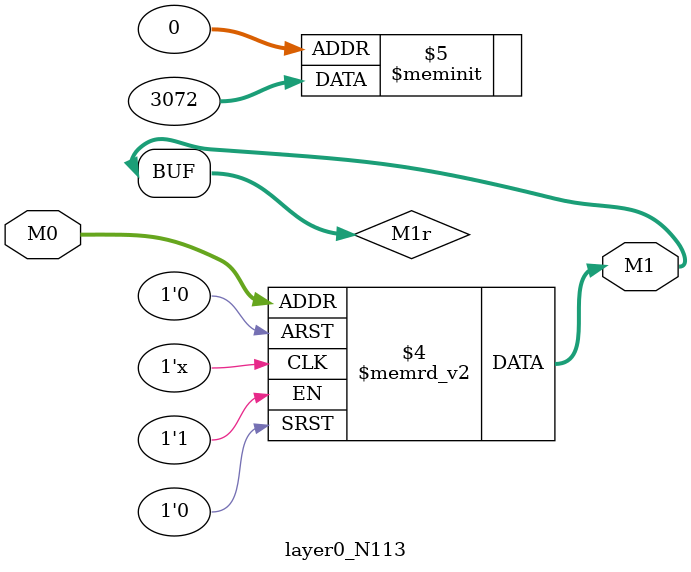
<source format=v>
module layer0_N113 ( input [3:0] M0, output [1:0] M1 );

	(*rom_style = "distributed" *) reg [1:0] M1r;
	assign M1 = M1r;
	always @ (M0) begin
		case (M0)
			4'b0000: M1r = 2'b00;
			4'b1000: M1r = 2'b00;
			4'b0100: M1r = 2'b00;
			4'b1100: M1r = 2'b00;
			4'b0010: M1r = 2'b00;
			4'b1010: M1r = 2'b00;
			4'b0110: M1r = 2'b00;
			4'b1110: M1r = 2'b00;
			4'b0001: M1r = 2'b00;
			4'b1001: M1r = 2'b00;
			4'b0101: M1r = 2'b11;
			4'b1101: M1r = 2'b00;
			4'b0011: M1r = 2'b00;
			4'b1011: M1r = 2'b00;
			4'b0111: M1r = 2'b00;
			4'b1111: M1r = 2'b00;

		endcase
	end
endmodule

</source>
